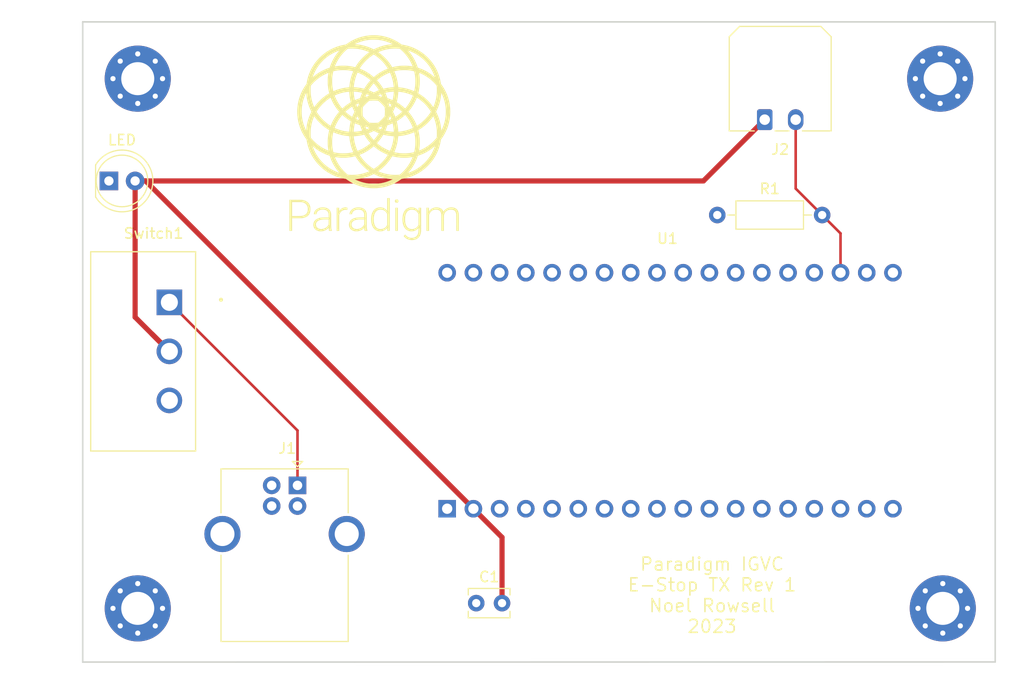
<source format=kicad_pcb>
(kicad_pcb (version 20211014) (generator pcbnew)
  (layers (0 "F.Cu" signal) (31 "B.Cu" signal) (34 "B.Paste" user) (35 "F.Paste" user) (36 "B.SilkS" user "B.Silkscreen") (37 "F.SilkS" user "F.Silkscreen") (38 "B.Mask" user) (39 "F.Mask" user) (44 "Edge.Cuts" user))
  (net 0 "")
  (net 1 "+5V")
  (net 2 "GND")
  (net 5 "Net-(J2-Pad2)")
  (net 36 "Net-(J1-Pad1)")
  (footprint "MountingHole:MountingHole_3.2mm_M3_Pad_Via" (layer "F.Cu") (at 99.822 63.5 90)
    (fp_text reference "H2" hide)
    (fp_text value "MountingHole")
    (pad "1" thru_hole circle (at 1.697056 -1.697056 90) (size 0.8 0.8) (drill 0.5) (layers *.Cu *.Mask))
    (pad "1" thru_hole circle (at -1.697056 1.697056 90) (size 0.8 0.8) (drill 0.5) (layers *.Cu *.Mask))
    (pad "1" thru_hole circle (at -1.697056 -1.697056 90) (size 0.8 0.8) (drill 0.5) (layers *.Cu *.Mask))
    (pad "1" thru_hole circle (at 0 2.4 90) (size 0.8 0.8) (drill 0.5) (layers *.Cu *.Mask))
    (pad "1" thru_hole circle (at 0 -2.4 90) (size 0.8 0.8) (drill 0.5) (layers *.Cu *.Mask))
    (pad "1" thru_hole circle (at 1.697056 1.697056 90) (size 0.8 0.8) (drill 0.5) (layers *.Cu *.Mask))
    (pad "1" thru_hole circle (at -2.4 0 90) (size 0.8 0.8) (drill 0.5) (layers *.Cu *.Mask))
    (pad "1" thru_hole circle (at 2.4 0 90) (size 0.8 0.8) (drill 0.5) (layers *.Cu *.Mask))
    (pad "1" thru_hole circle (at 0 0 90) (size 6.4 6.4) (drill 3.2) (layers *.Cu *.Mask))
  )
  (footprint "LED_THT:LED_D5.0mm" (layer "F.Cu") (at 97.028 73.406)
    (fp_text reference "LED" (at 1.27 -3.96) (layer "F.SilkS"))
    (fp_text value "LED")
    (pad "1" thru_hole rect (at 0 0) (size 1.8 1.8) (drill 0.9) (layers *.Cu *.Mask) (net 2 "GND"))
    (pad "2" thru_hole circle (at 2.54 0) (size 1.8 1.8) (drill 0.9) (layers *.Cu *.Mask) (net 1 "+5V"))
  )
  (footprint "MountingHole:MountingHole_3.2mm_M3_Pad_Via" (layer "F.Cu") (at 177.8 114.808 90)
    (fp_text reference "H3" hide)
    (fp_text value "MountingHole")
    (pad "1" thru_hole circle (at 0 -2.4 90) (size 0.8 0.8) (drill 0.5) (layers *.Cu *.Mask))
    (pad "1" thru_hole circle (at -1.697056 -1.697056 90) (size 0.8 0.8) (drill 0.5) (layers *.Cu *.Mask))
    (pad "1" thru_hole circle (at 2.4 0 90) (size 0.8 0.8) (drill 0.5) (layers *.Cu *.Mask))
    (pad "1" thru_hole circle (at 0 2.4 90) (size 0.8 0.8) (drill 0.5) (layers *.Cu *.Mask))
    (pad "1" thru_hole circle (at 1.697056 -1.697056 90) (size 0.8 0.8) (drill 0.5) (layers *.Cu *.Mask))
    (pad "1" thru_hole circle (at 1.697056 1.697056 90) (size 0.8 0.8) (drill 0.5) (layers *.Cu *.Mask))
    (pad "1" thru_hole circle (at -1.697056 1.697056 90) (size 0.8 0.8) (drill 0.5) (layers *.Cu *.Mask))
    (pad "1" thru_hole circle (at -2.4 0 90) (size 0.8 0.8) (drill 0.5) (layers *.Cu *.Mask))
    (pad "1" thru_hole circle (at 0 0 90) (size 6.4 6.4) (drill 3.2) (layers *.Cu *.Mask))
  )
  (footprint "Connector_USB:USB_B_OST_USB-B1HSxx_Horizontal" (layer "F.Cu") (at 115.296 102.8965 -90)
    (fp_text reference "J1" (at -3.5825 0.996) (layer "F.SilkS"))
    (fp_text value "USB_B")
    (pad "1" thru_hole rect (at 0 0 270) (size 1.7 1.7) (drill 0.92) (layers *.Cu *.Mask) (net 36 "Net-(J1-Pad1)"))
    (pad "2" thru_hole circle (at 0 2.5 270) (size 1.7 1.7) (drill 0.92) (layers *.Cu *.Mask))
    (pad "3" thru_hole circle (at 2 2.5 270) (size 1.7 1.7) (drill 0.92) (layers *.Cu *.Mask))
    (pad "4" thru_hole circle (at 2 0 270) (size 1.7 1.7) (drill 0.92) (layers *.Cu *.Mask) (net 2 "GND"))
    (pad "5" thru_hole circle (at 4.71 -4.77 270) (size 3.5 3.5) (drill 2.33) (layers *.Cu *.Mask) (net 2 "GND"))
    (pad "5" thru_hole circle (at 4.71 7.27 270) (size 3.5 3.5) (drill 2.33) (layers *.Cu *.Mask) (net 2 "GND"))
  )
  (footprint "MountingHole:MountingHole_3.2mm_M3_Pad_Via" (layer "F.Cu") (at 177.546 63.5 90)
    (fp_text reference "H4" hide)
    (fp_text value "MountingHole")
    (pad "1" thru_hole circle (at -2.4 0 90) (size 0.8 0.8) (drill 0.5) (layers *.Cu *.Mask))
    (pad "1" thru_hole circle (at 0 0 90) (size 6.4 6.4) (drill 3.2) (layers *.Cu *.Mask))
    (pad "1" thru_hole circle (at 1.697056 -1.697056 90) (size 0.8 0.8) (drill 0.5) (layers *.Cu *.Mask))
    (pad "1" thru_hole circle (at 0 -2.4 90) (size 0.8 0.8) (drill 0.5) (layers *.Cu *.Mask))
    (pad "1" thru_hole circle (at 2.4 0 90) (size 0.8 0.8) (drill 0.5) (layers *.Cu *.Mask))
    (pad "1" thru_hole circle (at 0 2.4 90) (size 0.8 0.8) (drill 0.5) (layers *.Cu *.Mask))
    (pad "1" thru_hole circle (at 1.697056 1.697056 90) (size 0.8 0.8) (drill 0.5) (layers *.Cu *.Mask))
    (pad "1" thru_hole circle (at -1.697056 1.697056 90) (size 0.8 0.8) (drill 0.5) (layers *.Cu *.Mask))
    (pad "1" thru_hole circle (at -1.697056 -1.697056 90) (size 0.8 0.8) (drill 0.5) (layers *.Cu *.Mask))
  )
  (footprint "EStopFootprints:Lora_Module" (layer "F.Cu") (at 129.794 105.156 90)
    (fp_text reference "U1" (at 26.162 21.336 unlocked) (layer "F.SilkS"))
    (fp_text value "Lora_Module")
    (pad "1" thru_hole rect (at 0 0 90) (size 1.7 1.7) (drill 1) (layers *.Cu *.Mask) (net 2 "GND"))
    (pad "2" thru_hole circle (at 0 2.54 90) (size 1.7 1.7) (drill 1) (layers *.Cu *.Mask) (net 1 "+5V"))
    (pad "3" thru_hole circle (at 0 5.08 90) (size 1.7 1.7) (drill 1) (layers *.Cu *.Mask))
    (pad "4" thru_hole circle (at 0 7.62 90) (size 1.7 1.7) (drill 1) (layers *.Cu *.Mask))
    (pad "5" thru_hole circle (at 0 10.16 90) (size 1.7 1.7) (drill 1) (layers *.Cu *.Mask))
    (pad "6" thru_hole circle (at 0 12.7 90) (size 1.7 1.7) (drill 1) (layers *.Cu *.Mask))
    (pad "7" thru_hole circle (at 0 15.24 90) (size 1.7 1.7) (drill 1) (layers *.Cu *.Mask))
    (pad "8" thru_hole circle (at 0 17.78 90) (size 1.7 1.7) (drill 1) (layers *.Cu *.Mask))
    (pad "9" thru_hole circle (at 0 20.32 90) (size 1.7 1.7) (drill 1) (layers *.Cu *.Mask))
    (pad "10" thru_hole circle (at 0 22.86 90) (size 1.7 1.7) (drill 1) (layers *.Cu *.Mask))
    (pad "11" thru_hole circle (at 0 25.4 90) (size 1.7 1.7) (drill 1) (layers *.Cu *.Mask))
    (pad "12" thru_hole circle (at 0 27.94 90) (size 1.7 1.7) (drill 1) (layers *.Cu *.Mask))
    (pad "13" thru_hole circle (at 0 30.48 90) (size 1.7 1.7) (drill 1) (layers *.Cu *.Mask))
    (pad "14" thru_hole circle (at 0 33.02 90) (size 1.7 1.7) (drill 1) (layers *.Cu *.Mask))
    (pad "15" thru_hole circle (at 0 35.56 90) (size 1.7 1.7) (drill 1) (layers *.Cu *.Mask))
    (pad "16" thru_hole circle (at 0 38.1 90) (size 1.7 1.7) (drill 1) (layers *.Cu *.Mask))
    (pad "17" thru_hole circle (at 0 40.64 90) (size 1.7 1.7) (drill 1) (layers *.Cu *.Mask))
    (pad "18" thru_hole circle (at 0 43.18 90) (size 1.7 1.7) (drill 1) (layers *.Cu *.Mask))
    (pad "19" thru_hole circle (at 22.86 0 90) (size 1.7 1.7) (drill 1) (layers *.Cu *.Mask) (net 2 "GND"))
    (pad "20" thru_hole circle (at 22.86 2.54 90) (size 1.7 1.7) (drill 1) (layers *.Cu *.Mask))
    (pad "21" thru_hole circle (at 22.86 5.08 90) (size 1.7 1.7) (drill 1) (layers *.Cu *.Mask))
    (pad "22" thru_hole circle (at 22.86 7.62 90) (size 1.7 1.7) (drill 1) (layers *.Cu *.Mask))
    (pad "23" thru_hole circle (at 22.86 10.16 90) (size 1.7 1.7) (drill 1) (layers *.Cu *.Mask))
    (pad "24" thru_hole circle (at 22.86 12.7 90) (size 1.7 1.7) (drill 1) (layers *.Cu *.Mask))
    (pad "25" thru_hole circle (at 22.86 15.24 90) (size 1.7 1.7) (drill 1) (layers *.Cu *.Mask))
    (pad "26" thru_hole circle (at 22.86 17.78 90) (size 1.7 1.7) (drill 1) (layers *.Cu *.Mask))
    (pad "27" thru_hole circle (at 22.86 20.32 90) (size 1.7 1.7) (drill 1) (layers *.Cu *.Mask))
    (pad "28" thru_hole circle (at 22.86 22.86 90) (size 1.7 1.7) (drill 1) (layers *.Cu *.Mask))
    (pad "29" thru_hole circle (at 22.86 25.4 90) (size 1.7 1.7) (drill 1) (layers *.Cu *.Mask))
    (pad "30" thru_hole circle (at 22.86 27.94 90) (size 1.7 1.7) (drill 1) (layers *.Cu *.Mask))
    (pad "31" thru_hole circle (at 22.86 30.48 90) (size 1.7 1.7) (drill 1) (layers *.Cu *.Mask))
    (pad "32" thru_hole circle (at 22.86 33.02 90) (size 1.7 1.7) (drill 1) (layers *.Cu *.Mask))
    (pad "33" thru_hole circle (at 22.86 35.56 90) (size 1.7 1.7) (drill 1) (layers *.Cu *.Mask))
    (pad "34" thru_hole circle (at 22.86 38.1 90) (size 1.7 1.7) (drill 1) (layers *.Cu *.Mask) (net 5 "Net-(J2-Pad2)"))
    (pad "35" thru_hole circle (at 22.86 40.64 90) (size 1.7 1.7) (drill 1) (layers *.Cu *.Mask))
    (pad "36" thru_hole circle (at 22.86 43.18 90) (size 1.7 1.7) (drill 1) (layers *.Cu *.Mask))
  )
  (footprint "EStopFootprints:SW_L102021ML04Q" (layer "F.Cu") (at 102.8845 89.916 -90)
    (fp_text reference "Switch1" (at -11.43 1.524) (layer "F.SilkS"))
    (fp_text value "L102021ML04Q")
    (pad "1" thru_hole rect locked (at -4.75 0 270) (size 2.475 2.475) (drill 1.65) (layers *.Cu *.Mask) (net 36 "Net-(J1-Pad1)"))
    (pad "2" thru_hole circle locked (at 0 0 270) (size 2.475 2.475) (drill 1.65) (layers *.Cu *.Mask) (net 1 "+5V"))
    (pad "3" thru_hole circle locked (at 4.75 0 270) (size 2.475 2.475) (drill 1.65) (layers *.Cu *.Mask) (net 2 "GND"))
  )
  (footprint "Capacitor_THT:C_Disc_D3.8mm_W2.6mm_P2.50mm" (layer "F.Cu") (at 132.608 114.3)
    (fp_text reference "C1" (at 1.25 -2.54) (layer "F.SilkS"))
    (fp_text value "100n")
    (pad "1" thru_hole circle (at 0 0) (size 1.6 1.6) (drill 0.8) (layers *.Cu *.Mask) (net 2 "GND"))
    (pad "2" thru_hole circle (at 2.5 0) (size 1.6 1.6) (drill 0.8) (layers *.Cu *.Mask) (net 1 "+5V"))
  )
  (footprint "Connector_Molex:Molex_Micro-Fit_3.0_43650-0200_1x02_P3.00mm_Horizontal" (layer "F.Cu") (at 160.552 67.47)
    (fp_text reference "J2" (at 1.5 2.888) (layer "F.SilkS"))
    (fp_text value "Conn")
    (pad "" np_thru_hole circle (at 1.5 -4.32) (size 3 3) (drill 3) (layers *.Cu *.Mask))
    (pad "1" thru_hole roundrect (at 0 0) (size 1.5 2.02) (drill 1.02) (layers *.Cu *.Mask) (roundrect_rratio 0.166667) (net 1 "+5V"))
    (pad "2" thru_hole oval (at 3 0) (size 1.5 2.02) (drill 1.02) (layers *.Cu *.Mask) (net 5 "Net-(J2-Pad2)"))
  )
  (footprint "MountingHole:MountingHole_3.2mm_M3_Pad_Via" (layer "F.Cu") (at 99.822 114.808 90)
    (fp_text reference "H1" hide)
    (fp_text value "MountingHole")
    (pad "1" thru_hole circle (at 0 -2.4 90) (size 0.8 0.8) (drill 0.5) (layers *.Cu *.Mask))
    (pad "1" thru_hole circle (at -2.4 0 90) (size 0.8 0.8) (drill 0.5) (layers *.Cu *.Mask))
    (pad "1" thru_hole circle (at 1.697056 -1.697056 90) (size 0.8 0.8) (drill 0.5) (layers *.Cu *.Mask))
    (pad "1" thru_hole circle (at 0 0 90) (size 6.4 6.4) (drill 3.2) (layers *.Cu *.Mask))
    (pad "1" thru_hole circle (at 0 2.4 90) (size 0.8 0.8) (drill 0.5) (layers *.Cu *.Mask))
    (pad "1" thru_hole circle (at -1.697056 -1.697056 90) (size 0.8 0.8) (drill 0.5) (layers *.Cu *.Mask))
    (pad "1" thru_hole circle (at 1.697056 1.697056 90) (size 0.8 0.8) (drill 0.5) (layers *.Cu *.Mask))
    (pad "1" thru_hole circle (at 2.4 0 90) (size 0.8 0.8) (drill 0.5) (layers *.Cu *.Mask))
    (pad "1" thru_hole circle (at -1.697056 1.697056 90) (size 0.8 0.8) (drill 0.5) (layers *.Cu *.Mask))
  )
  (footprint "EStopFootprints:Paradigm_NameBelow_25.4mm" (layer "F.Cu") (at 122.682 69.342)
    (fp_text reference "G***" hide)
    (fp_text value "LOGO" hide)
  )
  (footprint "Resistor_THT:R_Axial_DIN0207_L6.3mm_D2.5mm_P10.16mm_Horizontal" (layer "F.Cu") (at 166.116 76.708 180)
    (fp_text reference "R1" (at 5.08 2.54) (layer "F.SilkS"))
    (fp_text value "4.7k")
    (pad "1" thru_hole circle (at 0 0 180) (size 1.6 1.6) (drill 0.8) (layers *.Cu *.Mask) (net 5 "Net-(J2-Pad2)"))
    (pad "2" thru_hole oval (at 10.16 0 180) (size 1.6 1.6) (drill 0.8) (layers *.Cu *.Mask) (net 2 "GND"))
  )
  (gr_line (start 94.488 58) (end 182.88 58) (layer "Edge.Cuts") (width 0.15))
  (gr_line (start 182.88 120) (end 182.88 58) (layer "Edge.Cuts") (width 0.15))
  (gr_line (start 94.488 120.01) (end 182.88 120) (layer "Edge.Cuts") (width 0.15))
  (gr_line (start 94.488 58) (end 94.488 120.01) (layer "Edge.Cuts") (width 0.15))
  (gr_text "Paradigm IGVC\nE-Stop TX Rev 1\nNoel Rowsell\n2023\n" (at 155.448 113.538) (layer "F.SilkS") (effects (font (size 1.25 1.25))))
  (segment (start 135.108 114.3) (end 135.108 107.93) (width 0.5) (layer "F.Cu") (net 1))
  (segment (start 135.108 107.93) (end 132.334 105.156) (width 0.5) (layer "F.Cu") (net 1))
  (segment (start 100.584 73.406) (end 99.568 73.406) (width 0.5) (layer "F.Cu") (net 1))
  (segment (start 99.568 86.5995) (end 99.568 73.406) (width 0.5) (layer "F.Cu") (net 1))
  (segment (start 132.334 105.156) (end 100.584 73.406) (width 0.5) (layer "F.Cu") (net 1))
  (segment (start 154.616 73.406) (end 160.552 67.47) (width 0.5) (layer "F.Cu") (net 1))
  (segment (start 102.8845 89.916) (end 99.568 86.5995) (width 0.5) (layer "F.Cu") (net 1))
  (segment (start 99.568 73.406) (end 154.616 73.406) (width 0.5) (layer "F.Cu") (net 1))
  (segment (start 102.8845 89.916) (end 101.197 88.2285) (width 0.5) (layer "F.Cu") (net 1))
  (segment (start 163.552 74.144) (end 166.116 76.708) (width 0.25) (layer "F.Cu") (net 5))
  (segment (start 163.552 67.47) (end 163.552 74.144) (width 0.25) (layer "F.Cu") (net 5))
  (segment (start 167.894 82.296) (end 167.894 78.486) (width 0.25) (layer "F.Cu") (net 5))
  (segment (start 167.894 78.486) (end 166.116 76.708) (width 0.25) (layer "F.Cu") (net 5))
  (segment (start 115.296 102.8965) (end 115.296 97.5775) (width 0.25) (layer "F.Cu") (net 36))
  (segment (start 115.296 97.5775) (end 102.8845 85.166) (width 0.25) (layer "F.Cu") (net 36))
)
</source>
